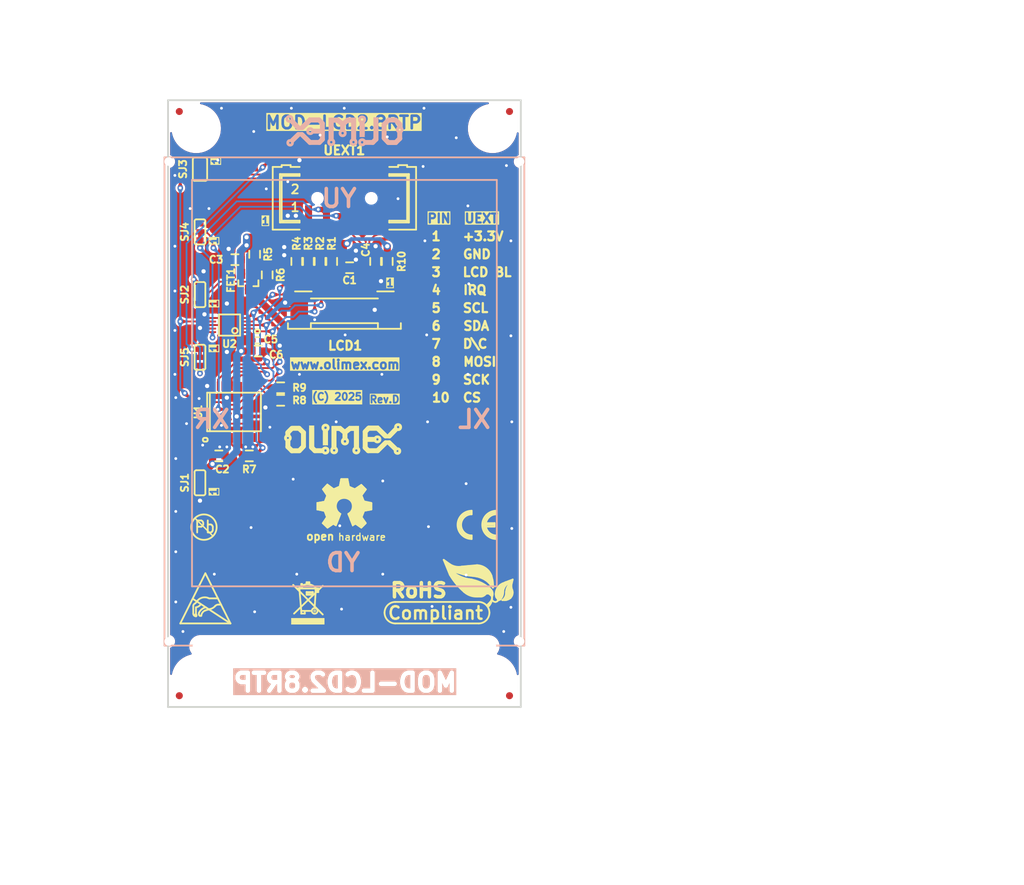
<source format=kicad_pcb>
(kicad_pcb (version 20221018) (generator pcbnew)
  (title_block (title "MOD-LCD2.8RTP") (date "2025-03-12") (rev "D") (company "Olimex LTD"))
  (layers (0 "F.Cu" signal) (31 "B.Cu" signal) (34 "B.Paste" user) (35 "F.Paste" user) (36 "B.SilkS" user "B.Silkscreen") (37 "F.SilkS" user "F.Silkscreen") (38 "B.Mask" user) (39 "F.Mask" user) (44 "Edge.Cuts" user))
  (net 0 "")
  (net 1 "GND")
  (net 2 "+3.3V")
  (net 3 "/RESET")
  (net 4 "/MOSI")
  (net 5 "/SCK")
  (net 6 "/CS")
  (net 7 "/YU")
  (net 8 "/XL")
  (net 9 "/YD")
  (net 10 "/XR")
  (net 11 "/RXD")
  (net 12 "/TXD")
  (net 13 "/SCL")
  (net 14 "/SDA")
  (net 15 "Net-(R6-Pad1)")
  (net 16 "/I2C-IRQ")
  (net 17 "/D\\C")
  (net 18 "Net-(U1-WAKE)")
  (net 19 "Net-(U1-SCK{slash}SCL{slash}TX)")
  (net 20 "Net-(U1-SDI{slash}SDA{slash}RX)")
  (net 21 "Net-(U1-M1)")
  (net 25 "Net-(FET1-Pad1)")
  (net 26 "/LED_A")
  (net 32 "/LED_K1")
  (net 33 "/LED_K2")
  (net 34 "/LED_K3")
  (net 35 "/LED_K4")
  (footprint "OLIMEX_RLC-FP:C_0603_5MIL_DWS" (layer "F.Cu") (at 70.739 78.74 180)
    (fp_text reference "C1")
    (fp_text value "1uF/10V/10%/X5R/C0603")
  )
  (footprint "OLIMEX_RLC-FP:C_0603_5MIL_DWS" (layer "F.Cu") (at 52.197 105.41)
    (fp_text reference "C2")
    (fp_text value "NA(1uF/10V/10%/X5R/C0603)")
  )
  (footprint "OLIMEX_RLC-FP:C_0603_5MIL_DWS" (layer "F.Cu") (at 54.483 77.597)
    (fp_text reference "C3")
    (fp_text value "1uF/10V/10%/X5R/C0603")
  )
  (footprint "OLIMEX_Transistors-FP:SOT23" (layer "F.Cu") (at 56.388 80.724 90)
    (fp_text reference "FET1")
    (fp_text value "WPM2015-3/TR")
  )
  (footprint "OLIMEX_RLC-FP:R_0603_5MIL_0R(Board_Mounted)" (layer "F.Cu") (at 68.199 77.851 -90)
    (fp_text reference "R1")
    (fp_text value "0R_Board_Mounted/R0603")
  )
  (footprint "OLIMEX_RLC-FP:R_0603_5MIL_0R(Board_Mounted)" (layer "F.Cu") (at 66.548 77.851 -90)
    (fp_text reference "R2")
    (fp_text value "0R_Board_Mounted/R0603")
  )
  (footprint "OLIMEX_RLC-FP:R_0603_5MIL_0R(Board_Mounted)" (layer "F.Cu") (at 64.897 77.851 -90)
    (fp_text reference "R3")
    (fp_text value "0R_Board_Mounted/R0603")
  )
  (footprint "OLIMEX_RLC-FP:R_0603_5MIL_0R(Board_Mounted)" (layer "F.Cu") (at 63.246 77.851 -90)
    (fp_text reference "R4")
    (fp_text value "0R_Board_Mounted/R0603")
  )
  (footprint "OLIMEX_IC-FP:SSOP-20W" (layer "F.Cu") (at 54.356 99.187)
    (fp_text reference "U1")
    (fp_text value "NA(AR1021T-I/SS(SSOP-20))")
  )
  (footprint "OLIMEX_RLC-FP:R_0603_5MIL_DWS" (layer "F.Cu") (at 56.515 105.41)
    (fp_text reference "R7")
    (fp_text value "NA(20k/R0603)")
  )
  (footprint "OLIMEX_RLC-FP:R_0603_5MIL_DWS" (layer "F.Cu") (at 60.96 97.536)
    (fp_text reference "R8")
    (fp_text value "4.7k/R0603")
  )
  (footprint "OLIMEX_RLC-FP:R_0603_5MIL_DWS" (layer "F.Cu") (at 60.96 95.758)
    (fp_text reference "R9")
    (fp_text value "4.7k/R0603")
  )
  (footprint "OLIMEX_RLC-FP:R_0603_5MIL_DWS" (layer "F.Cu") (at 57.277 76.835 -90)
    (fp_text reference "R5")
    (fp_text value "100k/R0603")
  )
  (footprint "OLIMEX_RLC-FP:R_0603_5MIL_DWS" (layer "F.Cu") (at 59.055 79.756 90)
    (fp_text reference "R6")
    (fp_text value "4.7k/R0603")
  )
  (footprint "OLIMEX_RLC-FP:C_0603_5MIL_DWS" (layer "F.Cu") (at 74.422 77.851 90)
    (fp_text reference "C4")
    (fp_text value "1uF/10V/10%/X5R/C0603")
  )
  (footprint "OLIMEX_RLC-FP:R_0603_5MIL_DWS" (layer "F.Cu") (at 76.073 77.851 -90)
    (fp_text reference "R10")
    (fp_text value "20k/R0603")
  )
  (footprint "OLIMEX_LOGOs-FP:OLIMEX_LOGO_TB" (layer "F.Cu") (at 69.977 102.997)
    (fp_text reference "Logo_Olimex_1" hide)
    (fp_text value "" hide)
  )
  (footprint "OLIMEX_LOGOs-FP:LOGO_RECYCLEBIN_1" (layer "F.Cu") (at 62.484 129.286)
    (fp_text reference "Sign_Recyclebin" hide)
    (fp_text value "" hide)
  )
  (footprint "OLIMEX_Jumpers-FP:SJ_2_SMALL_12_TIED" (layer "F.Cu") (at 49.53 109.22 90)
    (fp_text reference "SJ1")
    (fp_text value "Closed(1-2)")
  )
  (footprint "OLIMEX_Jumpers-FP:SJ_2_SMALL_12_TIED" (layer "F.Cu") (at 49.53 82.55 90)
    (fp_text reference "SJ2")
    (fp_text value "Closed(1-2)")
  )
  (footprint "OLIMEX_Jumpers-FP:SJ" (layer "F.Cu") (at 49.53 64.77 -90)
    (fp_text reference "SJ3")
    (fp_text value "open")
  )
  (footprint "OLIMEX_Jumpers-FP:SJ_2_SMALL_12_TIED" (layer "F.Cu") (at 49.53 73.66 90)
    (fp_text reference "SJ4")
    (fp_text value "Closed(1-2)")
  )
  (footprint "OLIMEX_Jumpers-FP:SJ_2_SMALL_12_TIED" (layer "F.Cu") (at 49.53 91.44 -90)
    (fp_text reference "SJ5")
    (fp_text value "Closed(1-2)")
  )
  (footprint "OLIMEX_RLC-FP:C_0402_5MIL_DWS" (layer "F.Cu") (at 57.658 89.027)
    (fp_text reference "C5")
    (fp_text value "100nF/10V/X5R/20%")
  )
  (footprint "OLIMEX_RLC-FP:C_0603_5MIL_DWS" (layer "F.Cu") (at 57.785 90.551)
    (fp_text reference "C6")
    (fp_text value "1uF/10V/10%/X5R/C0603")
  )
  (footprint "OLIMEX_IC-FP:MSOP-10_Pitch-0.5mm_3.00x3.00x1.00mm" (layer "F.Cu") (at 53.721 86.868 90)
    (fp_text reference "U2")
    (fp_text value "NS2009(MSOP-10)")
  )
  (footprint "OLIMEX_Connectors-FP:GBH-254-SMT-10" (layer "F.Cu") (at 70 68.9)
    (fp_text reference "UEXT1")
    (fp_text value "P-B-V-10-LF")
  )
  (footprint "OLIMEX_LOGOs-FP:LOGO_PBFREE" (layer "F.Cu") (at 50.292 115.824)
    (fp_text reference "Sign_PB-Free")
    (fp_text value "")
  )
  (footprint "OLIMEX_Signs-FP:CE_Sign" (layer "F.Cu") (at 89.789 115.189)
    (fp_text reference "Sign_CE" hide)
    (fp_text value "CE_Sign" hide)
  )
  (footprint "OLIMEX_Signs-FP:Sign_Antistatic" (layer "F.Cu") (at 46.736 129.159)
    (fp_text reference "Sign_Antistatic" hide)
    (fp_text value "Sign_Antistatic" hide)
  )
  (footprint "OLIMEX_LOGOs-FP:LOGO_OPENHARDWARE_8x8" (layer "F.Cu") (at 69.977 112.649)
    (fp_text reference "Sign_OSHW" hide)
    (fp_text value "" hide)
  )
  (footprint "OLIMEX_Dummies-FP:Cable-IDC" (layer "F.Cu") (at 141.2 150.888)
    (fp_text reference "Cable-IDC1" hide)
    (fp_text value "CABLE-IDC10-15cm" hide)
  )
  (footprint "OLIMEX_Other-FP:Mounting_Hole_Drill-3.3mm_Clerance-7mm" (layer "F.Cu") (at 91 137)
    (fp_text reference "MH2" hide)
    (fp_text value "Drill(3.3mm)/Restrict(7.00mm)" hide)
  )
  (footprint "OLIMEX_Signs-FP:Sign_RoHS_1" (layer "F.Cu") (at 76.708 128.524)
    (fp_text reference "Sign_RoHS_1" hide)
    (fp_text value "Sign_RoHS_1" hide)
  )
  (footprint "OLIMEX_Other-FP:Fiducial1x3_Paste" (layer "F.Cu") (at 93.4 139.4)
    (fp_text reference "FID2" hide)
    (fp_text value "Fiducial" hide)
  )
  (footprint "OLIMEX_Other-FP:Fiducial1x3_Paste" (layer "F.Cu") (at 46.6 56.6)
    (fp_text reference "FID4" hide)
    (fp_text value "Fiducial" hide)
  )
  (footprint "OLIMEX_LCDs-FP:LCD-2.8in_BL-YT280S002(FPV-WZB21-18-LF)" (layer "F.Cu") (at 70 84.3)
    (fp_text reference "LCD1")
    (fp_text value "FPV-WZB21-18-LF")
  )
  (footprint "OLIMEX_Other-FP:Mounting_Hole_Drill-3.3mm_Clerance-7mm" (layer "F.Cu") (at 49 59)
    (fp_text reference "MH4" hide)
    (fp_text value "Drill(3.3mm)/Restrict(7.00mm)" hide)
  )
  (footprint "OLIMEX_Other-FP:Fiducial1x3" (layer "F.Cu") (at 46.6 139.4)
    (fp_text reference "FID1" hide)
    (fp_text value "Fiducial" hide)
  )
  (footprint "OLIMEX_Dummies-FP:LCD2.8-18Pin" (layer "F.Cu") (at 139.7 121.412)
    (fp_text reference "LCD2.8-18Pin1" hide)
    (fp_text value "LCD2.8-18P-RES-TOUCH" hide)
  )
  (footprint "OLIMEX_Other-FP:Fiducial1x3" (layer "F.Cu") (at 93.4 56.6)
    (fp_text reference "FID3" hide)
    (fp_text value "Fiducial" hide)
  )
  (footprint "OLIMEX_Other-FP:Mounting_Hole_Drill-3.3mm_Clerance-7mm" (layer "F.Cu") (at 91 59)
    (fp_text reference "MH3" hide)
    (fp_text value "Drill(3.3mm)/Restrict(7.00mm)" hide)
  )
  (footprint "OLIMEX_Other-FP:Mounting_Hole_Drill-3.3mm_Clerance-7mm" (layer "F.Cu") (at 49 137)
    (fp_text reference "MH1" hide)
    (fp_text value "Drill(3.3mm)/Restrict(7.00mm)" hide)
  )
  (footprint "OLIMEX_LOGOs-FP:OLIMEX_LOGO_TB" (layer "B.Cu") (at 69.85 59.309 180)
    (fp_text reference "Logo_Olimex_2" hide)
    (fp_text value "" hide)
  )
  (gr_line (start 45 55) (end 95 55) (stroke (width 0.254)) (layer "Edge.Cuts"))
  (gr_line (start 95 141) (end 45 141) (stroke (width 0.254)) (layer "Edge.Cuts"))
  (gr_line (start 45 141) (end 45 55) (stroke (width 0.254)) (layer "Edge.Cuts"))
  (gr_line (start 95 55) (end 95 141) (stroke (width 0.254)) (layer "Edge.Cuts"))
  (gr_text "MOD-LCD2.8RTP" (at 70.104 137.541) (layer "B.SilkS" knockout) (effects (font (size 2.54 2.54) (thickness 0.635) bold) (justify mirror)))
  (gr_text "www.olimex.com" (at 70.104 92.456) (layer "F.SilkS" knockout) (effects (font (size 1.27 1.27) (thickness 0.3175) bold)))
  (gr_text "(C) 2025" (at 68.961 97.028) (layer "F.SilkS" knockout) (effects (font (size 1.016 1.016) (thickness 0.254))))
  (gr_text "9" (at 83.82 94.615) (layer "F.SilkS") (effects (font (size 1.27 1.27) (thickness 0.3175) bold) (justify right)))
  (gr_text "SCK" (at 90.805 94.615) (layer "F.SilkS") (effects (font (size 1.27 1.27) (thickness 0.3175) bold) (justify right)))
  (gr_text "GND" (at 90.932 76.835) (layer "F.SilkS") (effects (font (size 1.27 1.27) (thickness 0.3175) bold) (justify right)))
  (gr_text "6" (at 83.82 86.995) (layer "F.SilkS") (effects (font (size 1.27 1.27) (thickness 0.3175) bold) (justify right)))
  (gr_text "CS" (at 89.535 97.155) (layer "F.SilkS") (effects (font (size 1.27 1.27) (thickness 0.3175) bold) (justify right)))
  (gr_text "1" (at 51.562 90.17 90) (layer "F.SilkS" knockout) (effects (font (size 1.016 1.016) (thickness 0.254))))
  (gr_text "+3.3V" (at 92.71 74.295) (layer "F.SilkS") (effects (font (size 1.27 1.27) (thickness 0.3175) bold) (justify right)))
  (gr_text "PIN" (at 85.217 71.755) (layer "F.SilkS" knockout) (effects (font (size 1.27 1.27) (thickness 0.3175) bold) (justify right)))
  (gr_text "10" (at 85.09 97.155) (layer "F.SilkS") (effects (font (size 1.27 1.27) (thickness 0.3175) bold) (justify right)))
  (gr_text "SCL" (at 90.551 84.455) (layer "F.SilkS") (effects (font (size 1.27 1.27) (thickness 0.3175) bold) (justify right)))
  (gr_text "UEXT" (at 91.948 71.755) (layer "F.SilkS" knockout) (effects (font (size 1.27 1.27) (thickness 0.3175) bold) (justify right)))
  (gr_text "1" (at 83.82 74.295) (layer "F.SilkS") (effects (font (size 1.27 1.27) (thickness 0.3175) bold) (justify right)))
  (gr_text "1" (at 58.801 72.136) (layer "F.SilkS" knockout) (effects (font (size 1.016 1.016) (thickness 0.254))))
  (gr_text "1" (at 51.562 74.93 90) (layer "F.SilkS" knockout) (effects (font (size 1.016 1.016) (thickness 0.254))))
  (gr_text "5" (at 83.82 84.455) (layer "F.SilkS") (effects (font (size 1.27 1.27) (thickness 0.3175) bold) (justify right)))
  (gr_text "8" (at 83.82 92.075) (layer "F.SilkS") (effects (font (size 1.27 1.27) (thickness 0.3175) bold) (justify right)))
  (gr_text "1" (at 51.562 110.49 90) (layer "F.SilkS" knockout) (effects (font (size 1.016 1.016) (thickness 0.254))))
  (gr_text "o" (at 57.785 87.757 -90) (layer "F.SilkS") (effects (font (size 1.016 1.016) (thickness 0.254))))
  (gr_text "MOSI" (at 91.694 92.075) (layer "F.SilkS") (effects (font (size 1.27 1.27) (thickness 0.3175) bold) (justify right)))
  (gr_text "1" (at 51.816 63.627 90) (layer "F.SilkS" knockout) (effects (font (size 1.016 1.016) (thickness 0.254))))
  (gr_text "IRQ" (at 90.297 81.915) (layer "F.SilkS") (effects (font (size 1.27 1.27) (thickness 0.3175) bold) (justify right)))
  (gr_text "2" (at 83.82 76.835) (layer "F.SilkS") (effects (font (size 1.27 1.27) (thickness 0.3175) bold) (justify right)))
  (gr_text "MOD-LCD2.8RTP" (at 81.153 58.166) (layer "F.SilkS" knockout) (effects (font (size 1.778 1.778) (thickness 0.381)) (justify right)))
  (gr_text "SDA" (at 90.678 86.995) (layer "F.SilkS") (effects (font (size 1.27 1.27) (thickness 0.3175) bold) (justify right)))
  (gr_text "3" (at 83.82 79.375) (layer "F.SilkS") (effects (font (size 1.27 1.27) (thickness 0.3175) bold) (justify right)))
  (gr_text "7" (at 83.82 89.535) (layer "F.SilkS") (effects (font (size 1.27 1.27) (thickness 0.3175) bold) (justify right)))
  (gr_text "1" (at 51.562 83.82 90) (layer "F.SilkS" knockout) (effects (font (size 1.016 1.016) (thickness 0.254))))
  (gr_text "Rev.D" (at 75.692 97.409) (layer "F.SilkS" knockout) (effects (font (size 1.016 1.016) (thickness 0.254))))
  (gr_text "LCD BL" (at 93.853 79.375) (layer "F.SilkS") (effects (font (size 1.27 1.27) (thickness 0.3175) bold) (justify right)))
  (gr_text "D\\C" (at 90.424 89.535) (layer "F.SilkS") (effects (font (size 1.27 1.27) (thickness 0.3175) bold) (justify right)))
  (gr_text "4" (at 83.82 81.915) (layer "F.SilkS") (effects (font (size 1.27 1.27) (thickness 0.3175) bold) (justify right)))
  (segment (start 63.119 71.374) (end 63.119 69.85) (width 1.016) (layer "F.Cu") (net 1))
  (segment (start 50.546 96.393) (end 50.546 95.504) (width 0.508) (layer "F.Cu") (net 1))
  (segment (start 71.628 79.121) (end 70.993 79.756) (width 0.762) (layer "F.Cu") (net 1))
  (segment (start 51.321 85.868) (end 52.848 85.868) (width 0.254) (layer "F.Cu") (net 1))
  (segment (start 70.75 82.2) (end 70.75 81.3706) (width 0.254) (layer "F.Cu") (net 1))
  (segment (start 64.643 86.106) (end 65.786 86.106) (width 0.762) (layer "F.Cu") (net 1))
  (segment (start 52.705 104.14) (end 53.34 104.14) (width 0.762) (layer "F.Cu") (net 1))
  (segment (start 71.628 78.74) (end 71.628 79.121) (width 0.762) (layer "F.Cu") (net 1))
  (segment (start 74.454 84.55) (end 76.4 84.55) (width 1.016) (layer "F.Cu") (net 1))
  (segment (start 70.993 79.756) (end 70.993 80.899) (width 0.762) (layer "F.Cu") (net 1))
  (segment (start 56.6674 71.374) (end 61.976 71.374) (width 1.016) (layer "F.Cu") (net 1))
  (segment (start 74.25 81.579) (end 74.25 82.2) (width 0.254) (layer "F.Cu") (net 1))
  (segment (start 49.53 84.709) (end 49.53 83.693) (width 0.508) (layer "F.Cu") (net 1))
  (segment (start 70.993 81.1276) (end 70.993 80.899) (width 0.254) (layer "F.Cu") (net 1))
  (segment (start 58.674 90.805) (end 58.674 90.551) (width 0.762) (layer "F.Cu") (net 1))
  (segment (start 58.166 89.027) (end 59.563 89.027) (width 0.508) (layer "F.Cu") (net 1))
  (segment (start 55.331 102.8065) (end 55.331 103.7434) (width 0.3048) (layer "F.Cu") (net 1))
  (segment (start 70.75 81.3706) (end 70.993 81.1276) (width 0.254) (layer "F.Cu") (net 1))
  (segment (start 53.594 74.4474) (end 56.6674 71.374) (width 1.016) (layer "F.Cu") (net 1))
  (segment (start 63.446 83.693) (end 63.6 83.847) (width 1.016) (layer "F.Cu") (net 1))
  (segment (start 50.165 85.344) (end 49.53 84.709) (width 0.508) (layer "F.Cu") (net 1))
  (segment (start 49.53 87.2744) (end 49.9364 86.868) (width 0.254) (layer "F.Cu") (net 1))
  (segment (start 74.422 76.962) (end 74.422 75.692) (width 1.016) (layer "F.Cu") (net 1))
  (segment (start 53.213 104.267) (end 53.34 104.14) (width 0.762) (layer "F.Cu") (net 1))
  (segment (start 61.595 83.693) (end 63.446 83.693) (width 1.016) (layer "F.Cu") (net 1))
  (segment (start 55.981 104.114) (end 56.007 104.14) (width 0.3048) (layer "F.Cu") (net 1))
  (segment (start 51.3675 95.504) (end 51.431 95.5675) (width 0.254) (layer "F.Cu") (net 1))
  (segment (start 64.92 68.049) (end 64.92 65.775) (width 1.016) (layer "F.Cu") (net 1))
  (segment (start 55.7276 104.14) (end 56.007 104.14) (width 0.3048) (layer "F.Cu") (net 1))
  (segment (start 53.381 102.8065) (end 53.381 104.099) (width 0.3048) (layer "F.Cu") (net 1))
  (segment (start 63.6 85.063) (end 64.643 86.106) (width 0.762) (layer "F.Cu") (net 1))
  (segment (start 64.92 64.793) (end 64.92 65.775) (width 1.016) (layer "F.Cu") (net 1))
  (segment (start 53.34 83.82) (end 51.054 83.82) (width 0.508) (layer "F.Cu") (net 1))
  (segment (start 54.356 91.694) (end 57.785 91.694) (width 0.762) (layer "F.Cu") (net 1))
  (segment (start 53.34 97.155) (end 53.086 96.901) (width 0.508) (layer "F.Cu") (net 1))
  (segment (start 63.119 69.85) (end 64.92 68.049) (width 1.016) (layer "F.Cu") (net 1))
  (segment (start 51.321 86.868) (end 52.578 86.868) (width 0.254) (layer "F.Cu") (net 1))
  (segment (start 75.184 80.645) (end 74.4855 81.3435) (width 0.508) (layer "F.Cu") (net 1))
  (segment (start 49.53 110.363) (end 49.53 111.76) (width 0.508) (layer "F.Cu") (net 1))
  (segment (start 53.213 105.283) (end 53.213 104.267) (width 0.762) (layer "F.Cu") (net 1))
  (segment (start 53.594 77.597) (end 53.594 76.073) (width 1.016) (layer "F.Cu") (net 1))
  (segment (start 55.331 95.5675) (end 55.331 96.434) (width 0.254) (layer "F.Cu") (net 1))
  (segment (start 56.007 104.14) (end 57.023 104.14) (width 0.762) (layer "F.Cu") (net 1))
  (segment (start 66.548 76.962) (end 68.199 76.962) (width 1.016) (layer "F.Cu") (net 1))
  (segment (start 53.086 96.901) (end 51.054 96.901) (width 0.508) (layer "F.Cu") (net 1))
  (segment (start 63.627 63.5) (end 64.92 64.793) (width 1.016) (layer "F.Cu") (net 1))
  (segment (start 49.9364 86.868) (end 51.321 86.868) (width 0.254) (layer "F.Cu") (net 1))
  (segment (start 54.61 97.155) (end 53.34 97.155) (width 0.254) (layer "F.Cu") (net 1))
  (segment (start 53.34 97.155) (end 53.381 97.114) (width 0.254) (layer "F.Cu") (net 1))
  (segment (start 61.468 75.819) (end 61.468 76.962) (width 1.016) (layer "F.Cu") (net 1))
  (segment (start 59.563 89.027) (end 59.69 89.154) (width 0.508) (layer "F.Cu") (net 1))
  (segment (start 61.976 71.374) (end 63.119 71.374) (width 1.016) (layer "F.Cu") (net 1))
  (segment (start 74.4855 81.3435) (end 74.25 81.579) (width 0.254) (layer "F.Cu") (net 1))
  (segment (start 71.628 77.597) (end 71.628 78.74) (width 1.016) (layer "F.Cu") (net 1))
  (segment (start 60.833 89.789) (end 60.071 90.551) (width 0.762) (layer "F.Cu") (net 1))
  (segment (start 64.897 76.962) (end 63.246 76.962) (width 1.016) (layer "F.Cu") (net 1))
  (segment (start 57.785 91.694) (end 58.674 90.805) (width 0.762) (layer "F.Cu") (net 1))
  (segment (start 50.546 95.504) (end 51.3675 95.504) (width 0.254) (layer "F.Cu") (net 1))
  (segment (start 63.6 83.847) (end 63.6 84.55) (width 1.016) (layer "F.Cu") (net 1))
  (segment (start 53.381 104.099) (end 53.34 104.14) (width 0.254) (layer "F.Cu") (net 1))
  (segment (start 71.628 76.327) (end 71.628 77.597) (width 1.016) (layer "F.Cu") (net 1))
  (segment (start 63.246 76.962) (end 61.468 76.962) (width 1.016) (layer "F.Cu") (net 1))
  (segment (start 53.594 76.073) (end 53.594 74.4474) (width 1.016) (layer "F.Cu") (net 1))
  (segment (start 52.848 85.868) (end 52.959 85.979) (width 0.254) (layer "F.Cu") (net 1))
  (segment (start 55.331 103.7434) (end 55.7276 104.14) (width 0.3048) (layer "F.Cu") (net 1))
  (segment (start 53.086 105.41) (end 53.213 105.283) (width 0.762) (layer "F.Cu") (net 1))
  (segment (start 53.381 97.114) (end 53.381 95.5675) (width 0.254) (layer "F.Cu") (net 1))
  (segment (start 50.165 85.344) (end 50.689 85.868) (width 0.254) (layer "F.Cu") (net 1))
  (segment (start 53.34 90.678) (end 54.356 91.694) (width 0.762) (layer "F.Cu") (net 1))
  (segment (start 55.331 96.434) (end 54.61 97.155) (width 0.254) (layer "F.Cu") (net 1))
  (segment (start 50.689 85.868) (end 51.321 85.868) (width 0.254) (layer "F.Cu") (net 1))
  (segment (start 52.324 104.14) (end 52.705 104.14) (width 0.762) (layer "F.Cu") (net 1))
  (segment (start 60.071 90.551) (end 58.674 90.551) (width 0.762) (layer "F.Cu") (net 1))
  (segment (start 66.548 76.962) (end 64.897 76.962) (width 1.016) (layer "F.Cu") (net 1))
  (segment (start 74.295 84.709) (end 74.454 84.55) (width 1.016) (layer "F.Cu") (net 1))
  (segment (start 51.054 96.901) (end 50.546 96.393) (width 0.508) (layer "F.Cu") (net 1))
  (segment (start 52.731 102.8065) (end 52.731 104.114) (width 0.3048) (layer "F.Cu") (net 1))
  (segment (start 52.731 104.114) (end 52.705 104.14) (width 0.254) (layer "F.Cu") (net 1))
  (segment (start 52.578 86.868) (end 52.832 87.122) (width 0.254) (layer "F.Cu") (net 1))
  (segment (start 55.981 102.8065) (end 55.981 104.114) (width 0.3048) (layer "F.Cu") (net 1))
  (segment (start 63.6 84.55) (end 63.6 85.063) (width 0.762) (layer "F.Cu") (net 1))
  (via (at 77.597 68.961) (size 0.8) (drill 0.4) (layers "F.Cu" "B.Cu") (net 1))
  (via (at 45.974 65.659) (size 0.8) (drill 0.4) (layers "F.Cu" "B.Cu") (net 1))
  (via (at 69.596 127.127) (size 0.8) (drill 0.4) (layers "F.Cu" "B.Cu") (net 1))
  (via (at 61.976 66.548) (size 0.8) (drill 0.4) (layers "F.Cu" "B.Cu") (net 1))
  (via (at 57.277 127.508) (size 0.8) (drill 0.4) (layers "F.Cu" "B.Cu") (net 1))
  (via (at 87.503 69.977) (size 0.8) (drill 0.4) (layers "F.Cu" "B.Cu") (net 1))
  (via (at 53.34 83.82) (size 1) (drill 0.6) (layers "F.Cu" "B.Cu") (net 1))
  (via (at 60.833 89.789) (size 1) (drill 0.6) (layers "F.Cu" "B.Cu") (net 1))
  (via (at 48.133 70.358) (size 0.8) (drill 0.4) (layers "F.Cu" "B.Cu") (net 1))
  (via (at 82.423 126.746) (size 0.8) (drill 0.4) (layers "F.Cu" "B.Cu") (net 1))
  (via (at 92.583 130.302) (size 0.8) (drill 0.4) (layers "F.Cu" "B.Cu") (net 1))
  (via (at 85.852 60.325) (size 0.8) (drill 0.4) (layers "F.Cu" "B.Cu") (net 1))
  (via (at 52.578 101.092) (size 0.8) (drill 0.4) (layers "F.Cu" "B.Cu") (net 1))
  (via (at 52.324 104.14) (size 0.8) (drill 0.4) (layers "F.Cu" "B.Cu") (net 1))
  (via (at 61.468 76.962) (size 1) (drill 0.6) (layers "F.Cu" "B.Cu") (net 1))
  (via (at 68.834 100.584) (size 0.8) (drill 0.4) (layers "F.Cu" "B.Cu") (net 1))
  (via (at 45.974 87.63) (size 0.8) (drill 0.4) (layers "F.Cu" "B.Cu") (net 1))
  (via (at 74.295 84.709) (size 1) (drill 0.6) (layers "F.Cu" "B.Cu") (net 1))
  (via (at 61.976 71.374) (size 1) (drill 0.6) (layers "F.Cu" "B.Cu") (net 1))
  (via (at 61.595 83.693) (size 1) (drill 0.6) (layers "F.Cu" "B.Cu") (net 1))
  (via (at 58.801 98.552) (size 1) (drill 0.6) (layers "F.Cu" "B.Cu") (net 1))
  (via (at 81.661 88.265) (size 0.8) (drill 0.4) (layers "F.Cu" "B.Cu") (net 1))
  (via (at 53.34 90.678) (size 1) (drill 0.6) (layers "F.Cu" "B.Cu") (net 1))
  (via (at 62.738 108.712) (size 0.8) (drill 0.4) (layers "F.Cu" "B.Cu") (net 1))
  (via (at 50.8 70.358) (size 0.8) (drill 0.4) (layers "F.Cu" "B.Cu") (net 1))
  (via (at 56.769 115.57) (size 0.8) (drill 0.4) (layers "F.Cu" "B.Cu") (net 1))
  (via (at 45.974 93.853) (size 0.8) (drill 0.4) (layers "F.Cu" "B.Cu") (net 1))
  (via (at 47.117 130.302) (size 0.8) (drill 0.4) (layers "F.Cu" "B.Cu") (net 1))
  (via (at 49.53 87.2744) (size 1) (drill 0.6) (layers "F.Cu" "B.Cu") (net 1))
  (via (at 71.628 77.597) (size 1) (drill 0.6) (layers "F.Cu" "B.Cu") (net 1))
  (via (at 70.104 88.265) (size 0.8) (drill 0.4) (layers "F.Cu" "B.Cu") (net 1))
  (via (at 93.599 74.93) (size 0.8) (drill 0.4) (layers "F.Cu" "B.Cu") (net 1))
  (via (at 62.484 56.134) (size 0.8) (drill 0.4) (layers "F.Cu" "B.Cu") (net 1))
  (via (at 81.915 115.443) (size 0.8) (drill 0.4) (layers "F.Cu" "B.Cu") (net 1))
  (via (at 93.726 115.697) (size 0.8) (drill 0.4) (layers "F.Cu" "B.Cu") (net 1))
  (via (at 49.53 111.76) (size 1) (drill 0.6) (layers "F.Cu" "B.Cu") (net 1))
  (via (at 87.503 93.853) (size 0.8) (drill 0.4) (layers "F.Cu" "B.Cu") (net 1))
  (via (at 75.438 108.966) (size 0.8) (drill 0.4) (layers "F.Cu" "B.Cu") (net 1))
  (via (at 81.153 64.389) (size 0.8) (drill 0.4) (layers "F.Cu" "B.Cu") (net 1))
  (via (at 75.311 93.853) (size 0.8) (drill 0.4) (layers "F.Cu" "B.Cu") (net 1))
  (via (at 63.627 63.5) (size 1) (drill 0.6) (layers "F.Cu" "B.Cu") (net 1))
  (via (at 57.15 59.436) (size 0.8) (drill 0.4) (layers "F.Cu" "B.Cu") (net 1))
  (via (at 56.007 104.14) (size 0.8) (drill 0.4) (layers "F.Cu" "B.Cu") (net 1))
  (via (at 46.101 118.999) (size 0.8) (drill 0.4) (layers "F.Cu" "B.Cu") (net 1))
  (via (at 63.119 71.374) (size 1) (drill 0.6) (layers "F.Cu" "B.Cu") (net 1))
  (via (at 87.249 109.347) (size 0.8) (drill 0.4) (layers "F.Cu" "B.Cu") (net 1))
  (via (at 63.246 122.174) (size 0.8) (drill 0.4) (layers "F.Cu" "B.Cu") (net 1))
  (via (at 46.101 113.284) (size 0.8) (drill 0.4) (layers "F.Cu" "B.Cu") (net 1))
  (via (at 57.023 104.14) (size 0.8) (drill 0.4) (layers "F.Cu" "B.Cu") (net 1))
  (via (at 46.101 105.791) (size 0.8) (drill 0.4) (layers "F.Cu" "B.Cu") (net 1))
  (via (at 69.977 56.134) (size 0.8) (drill 0.4) (layers "F.Cu" "B.Cu") (net 1))
  (via (at 74.422 75.692) (size 1) (drill 0.6) (layers "F.Cu" "B.Cu") (net 1))
  (via (at 45.974 75.692) (size 0.8) (drill 0.4) (layers "F.Cu" "B.Cu") (net 1))
  (via (at 92.964 64.262) (size 0.8) (drill 0.4) (layers "F.Cu" "B.Cu") (net 1))
  (via (at 69.342 115.316) (size 0.8) (drill 0.4) (layers "F.Cu" "B.Cu") (net 1))
  (via (at 46.101 97.155) (size 0.8) (drill 0.4) (layers "F.Cu" "B.Cu") (net 1))
  (via (at 46.101 126.111) (size 0.8) (drill 0.4) (layers "F.Cu" "B.Cu") (net 1))
  (via (at 81.407 74.93) (size 0.8) (drill 0.4) (layers "F.Cu" "B.Cu") (net 1))
  (via (at 53.594 76.073) (size 1) (drill 0.6) (layers "F.Cu" "B.Cu") (net 1))
  (via (at 81.28 56.134) (size 0.8) (drill 0.4) (layers "F.Cu" "B.Cu") (net 1))
  (via (at 45.974 82.042) (size 0.8) (drill 0.4) (layers "F.Cu" "B.Cu") (net 1))
  (via (at 75.438 122.174) (size 0.8) (drill 0.4) (layers "F.Cu" "B.Cu") (net 1))
  (via (at 71.628 76.327) (size 1) (drill 0.6) (layers "F.Cu" "B.Cu") (net 1))
  (via (at 52.07 63.5) (size 0.8) (drill 0.4) (layers "F.Cu" "B.Cu") (net 1))
  (via (at 59.436 101.346) (size 0.8) (drill 0.4) (layers "F.Cu" "B.Cu") (net 1))
  (via (at 93.726 100.584) (size 0.8) (drill 0.4) (layers "F.Cu" "B.Cu") (net 1))
  (via (at 53.34 97.155) (size 1) (drill 0.6) (layers "F.Cu" "B.Cu") (net 1))
  (via (at 52.578 56.134) (size 0.8) (drill 0.4) (layers "F.Cu" "B.Cu") (net 1))
  (via (at 65.786 86.106) (size 0.8) (drill 0.4) (layers "F.Cu" "B.Cu") (net 1))
  (via (at 81.788 100.584) (size 0.8) (drill 0.4) (layers "F.Cu" "B.Cu") (net 1))
  (via (at 87.63 81.026) (size 0.8) (drill 0.4) (layers "F.Cu" "B.Cu") (net 1))
  (via (at 93.599 88.392) (size 0.8) (drill 0.4) (layers "F.Cu" "B.Cu") (net 1))
  (via (at 47.625 100.838) (size 0.8) (drill 0.4) (layers "F.Cu" "B.Cu") (net 1))
  (via (at 49.911 103.886) (size 0.8) (drill 0.4) (layers "F.Cu" "B.Cu") (net 1))
  (via (at 76.073 60.198) (size 0.8) (drill 0.4) (layers "F.Cu" "B.Cu") (net 1))
  (via (at 49.403 97.282) (size 0.8) (drill 0.4) (layers "F.Cu" "B.Cu") (net 1))
  (via (at 51.562 122.174) (size 0.8) (drill 0.4) (layers "F.Cu" "B.Cu") (net 1))
  (via (at 58.928 67.564) (size 0.8) (drill 0.4) (layers "F.Cu" "B.Cu") (net 1))
  (via (at 93.599 126.873) (size 0.8) (drill 0.4) (layers "F.Cu" "B.Cu") (net 1))
  (via (at 50.165 85.344) (size 1) (drill 0.6) (layers "F.Cu" "B.Cu") (net 1))
  (via (at 50.546 95.504) (size 1) (drill 0.6) (layers "F.Cu" "B.Cu") (net 1))
  (via (at 75.184 80.645) (size 1) (drill 0.6) (layers "F.Cu" "B.Cu") (net 1))
  (via (at 63.627 93.853) (size 0.8) (drill 0.4) (layers "F.Cu" "B.Cu") (net 1))
  (via (at 50.038 79.248) (size 1) (drill 0.6) (layers "F.Cu" "B.Cu") (net 1))
  (via (at 66.548 59.944) (size 0.8) (drill 0.4) (layers "F.Cu" "B.Cu") (net 1))
  (via (at 87.249 122.301) (size 0.8) (drill 0.4) (layers "F.Cu" "B.Cu") (net 1))
  (via (at 61.468 75.819) (size 1) (drill 0.6) (layers "F.Cu" "B.Cu") (net 1))
  (via (at 53.34 104.14) (size 0.8) (drill 0.4) (layers "F.Cu" "B.Cu") (net 1))
  (segment (start 62.484 77.978) (end 62.103 77.597) (width 1.016) (layer "B.Cu") (net 1))
  (segment (start 75.184 80.645) (end 74.676 80.645) (width 1.016) (layer "B.Cu") (net 1))
  (segment (start 45.72 64.897) (end 45.72 110.744) (width 0.508) (layer "B.Cu") (net 1))
  (segment (start 62.103 77.597) (end 61.468 76.962) (width 1.016) (layer "B.Cu") (net 1))
  (segment (start 50.165 85.344) (end 50.038 85.217) (width 0.508) (layer "B.Cu") (net 1))
  (segment (start 61.468 75.819) (end 61.468 71.882) (width 1.016) (layer "B.Cu") (net 1))
  (segment (start 50.038 85.217) (end 50.038 79.248) (width 0.508) (layer "B.Cu") (net 1))
  (segment (start 53.34 104.14) (end 53.34 76.327) (width 1.016) (layer "B.Cu") (net 1))
  (segment (start 71.628 77.597) (end 62.103 77.597) (width 1.016) (layer "B.Cu") (net 1))
  (segment (start 75.184 80.645) (end 75.184 83.82) (width 1.016) (layer "B.Cu") (net 1))
  (segment (start 75.184 83.82) (end 74.295 84.709) (width 1.016) (layer "B.Cu") (net 1))
  (segment (start 63.627 63.5) (end 47.117 63.5) (width 0.508) (layer "B.Cu") (net 1))
  (segment (start 58.801 98.552) (end 60.452 98.552) (width 1.016) (layer "B.Cu") (net 1))
  (segment (start 49.53 87.2744) (end 49.53 85.979) (width 0.508) (layer "B.Cu") (net 1))
  (segment (start 47.117 63.5) (end 45.72 64.897) (width 0.508) (layer "B.Cu") (net 1))
  (segment (start 61.595 83.693) (end 62.484 82.804) (width 1.016) (layer "B.Cu") (net 1))
  (segment (start 62.484 82.804) (end 62.484 77.978) (width 1.016) (layer "B.Cu") (net 1))
  (segment (start 49.53 85.979) (end 50.165 85.344) (width 0.508) (layer "B.Cu") (net 1))
  (segment (start 60.452 98.552) (end 74.295 84.709) (width 1.016) (layer "B.Cu") (net 1))
  (segment (start 74.676 80.645) (end 71.628 77.597) (width 1.016) (layer "B.Cu") (net 1))
  (segment (start 61.468 71.882) (end 61.976 71.374) (width 1.016) (layer "B.Cu") (net 1))
  (segment (start 45.72 110.744) (end 48.387 113.411) (width 0.508) (layer "B.Cu") (net 1))
  (segment (start 53.34 76.327) (end 53.594 76.073) (width 1.016) (layer "B.Cu") (net 1))
  (segment (start 57.277 75.438) (end 58.293 74.422) (width 1.016) (layer "F.Cu") (net 2))
  (segment (start 69.977 78.867) (end 69.977 80.899) (width 0.762) (layer "F.Cu") (net 2))
  (segment (start 57.277 75.946) (end 57.15 76.073) (width 1.016) (layer "F.Cu") (net 2))
  (segment (start 65.786 75.311) (end 68.707 75.311) (width 1.016) (layer "F.Cu") (net 2))
  (segment (start 59.817 99.822) (end 61.849 97.79) (width 0.508) (layer "F.Cu") (net 2))
  (segment (start 56.896 75.565) (end 56.134 75.565) (width 1.016) (layer "F.Cu") (net 2))
  (segment (start 64.92 72.025) (end 64.92 74.445) (width 1.016) (layer "F.Cu") (net 2))
  (segment (start 69.977 81.1022) (end 69.977 80.899) (width 0.254) (layer "F.Cu") (net 2))
  (segment (start 49.53 108.077) (end 49.784 108.077) (width 0.762) (layer "F.Cu") (net 2))
  (segment (start 51.308 105.41) (end 51.308 106.553) (width 1.016) (layer "F.Cu") (net 2))
  (segment (start 70.25 82.2) (end 70.25 81.3752) (width 0.254) (layer "F.Cu") (net 2))
  (segment (start 51.308 103.886) (end 51.308 105.41) (width 0.508) (layer "F.Cu") (net 2))
  (segment (start 55.372 79.55306) (end 55.4355 79.61656) (width 1.016) (layer "F.Cu") (net 2))
  (segment (start 56.134 75.057) (end 56.134 74.422) (width 1.016) (layer "F.Cu") (net 2))
  (segment (start 61.849 97.536) (end 61.849 95.758) (width 0.762) (layer "F.Cu") (net 2))
  (segment (start 69.85 76.454) (end 68.707 75.311) (width 1.016) (layer "F.Cu") (net 2))
  (segment (start 57.277 75.057) (end 57.277 75.946) (width 1.016) (layer "F.Cu") (net 2))
  (segment (start 51.431 103.763) (end 51.308 103.886) (width 0.3048) (layer "F.Cu") (net 2))
  (segment (start 49.784 108.077) (end 50.292 107.569) (width 0.762) (layer "F.Cu") (net 2))
  (segment (start 56.372 87.868) (end 56.896 88.392) (width 0.254) (layer "F.Cu") (net 2))
  (segment (start 56.896 90.551) (end 56.896 88.773) (width 0.762) (layer "F.Cu") (net 2))
  (segment (start 56.121 87.868) (end 56.372 87.868) (width 0.254) (layer "F.Cu") (net 2))
  (segment (start 55.372 77.597) (end 55.372 79.55306) (width 1.016) (layer "F.Cu") (net 2))
  (segment (start 56.134 75.565) (end 56.134 75.057) (width 1.016) (layer "F.Cu") (net 2))
  (segment (start 56.896 88.773) (end 56.896 88.392) (width 0.762) (layer "F.Cu") (net 2))
  (segment (start 64.92 74.445) (end 65.786 75.311) (width 1.016) (layer "F.Cu") (net 2))
  (segment (start 61.849 97.79) (end 61.849 97.536) (width 0.508) (layer "F.Cu") (net 2))
  (segment (start 55.626 76.073) (end 55.372 76.327) (width 1.016) (layer "F.Cu") (net 2))
  (segment (start 69.85 76.454) (end 69.85 78.74) (width 1.016) (layer "F.Cu") (net 2))
  (segment (start 56.896 90.551) (end 55.372 90.551) (width 1.016) (layer "F.Cu") (net 2))
  (segment (start 57.277 75.946) (end 57.277 75.438) (width 1.016) (layer "F.Cu") (net 2))
  (segment (start 55.372 76.327) (end 55.372 77.597) (width 1.016) (layer "F.Cu") (net 2))
  (segment (start 64.92 72.025) (end 64.92 74.422) (width 1.016) (layer "F.Cu") (net 2))
  (segment (start 69.85 78.74) (end 69.977 78.867) (width 0.762) (layer "F.Cu") (net 2))
  (segment (start 64.92 74.422) (end 58.293 74.422) (width 1.016) (layer "F.Cu") (net 2))
  (segment (start 57.277 75.946) (end 56.896 75.565) (width 1.016) (layer "F.Cu") (net 2))
  (segment (start 56.896 88.138) (end 56.626 87.868) (width 0.254) (layer "F.Cu") (net 2))
  (segment (start 51.308 106.553) (end 50.292 107.569) (width 1.016) (layer "F.Cu") (net 2))
  (segment (start 56.896 88.392) (end 56.896 88.138) (width 0.254) (layer "F.Cu") (net 2))
  (segment (start 69.85 75.311) (end 69.85 76.454) (width 1.016) (layer "F.Cu") (net 2))
  (segment (start 57.277 74.422) (end 57.277 75.057) (width 1.016) (layer "F.Cu") (net 2))
  (segment (start 51.431 102.8065) (end 51.431 103.763) (width 0.3048) (layer "F.Cu") (net 2))
  (segment (start 56.134 75.565) (end 55.372 76.327) (width 1.016) (layer "F.Cu") (net 2))
  (segment (start 68.707 75.311) (end 69.85 75.311) (width 1.016) (layer "F.Cu") (net 2))
  (segment (start 70.25 81.3752) (end 69.977 81.1022) (width 0.254) (layer "F.Cu") (net 2))
  (segment (start 70.358 75.311) (end 69.85 75.311) (width 1.016) (layer "F.Cu") (net 2))
  (segment (start 56.134 74.422) (end 57.277 74.422) (width 1.016) (layer "F.Cu") (net 2))
  (segment (start 58.293 74.422) (end 57.277 74.422) (width 1.016) (layer "F.Cu") (net 2))
  (segment (start 57.277 75.057) (end 56.134 75.057) (width 1.016) (layer "F.Cu") (net 2))
  (segment (start 76.073 76.962) (end 76.073 75.692) (width 1.016) (layer "F.Cu") (net 2))
  (segment (start 56.626 87.868) (end 56.121 87.868) (width 0.254) (layer "F.Cu") (net 2))
  (segment (start 54.737 99.822) (end 59.817 99.822) (width 0.508) (layer "F.Cu") (net 2))
  (segment (start 57.15 76.073) (end 55.626 76.073) (width 1.016) (layer "F.Cu") (net 2))
  (segment (start 57.15 89.027) (end 56.896 88.773) (width 0.4064) (layer "F.Cu") (net 2))
  (via (at 76.073 75.692) (size 1) (drill 0.6) (layers "F.Cu" "B.Cu") (net 2))
  (via (at 70.358 75.311) (size 1) (drill 0.6) (layers "F.Cu" "B.Cu") (net 2))
  (via (at 55.372 90.551) (size 1) (drill 0.6) (layers "F.Cu" "B.Cu") (net 2))
  (via (at 56.134 74.422) (size 1) (drill 0.6) (layers "F.Cu" "B.Cu") (net 2))
  (via (at 56.134 75.565) (size 1) (drill 0.6) (layers "F.Cu" "B.Cu") (net 2))
  (via (at 51.308 106.553) (size 1) (drill 0.6) (layers "F.Cu" "B.Cu") (net 2))
  (via (at 54.737 99.822) (size 1) (drill 0.6) (layers "F.Cu" "B.Cu") (net 2))
  (segment (start 54.737 104.775) (end 54.737 91.186) (width 1.016) (layer "B.Cu") (net 2))
  (segment (start 75.057 74.676) (end 70.993 74.676) (width 0.508) (layer "B.Cu") (net 2))
  (segment (start 70.993 74.676) (end 70.358 75.311) (width 0.508) (layer "B.Cu") (net 2))
  (segment (start 76.073 75.692) (end 75.057 74.676) (width 0.508) (layer "B.Cu") (net 2))
  (segment (start 55.245 90.424) (end 55.245 76.454) (width 1.016) (layer "B.Cu") (net 2))
  (segment (start 55.245 76.454) (end 56.134 75.565) (width 1.016) (layer "B.Cu") (net 2))
  (segment (start 51.308 106.553) (end 52.959 106.553) (width 1.016) (layer "B.Cu") (net 2))
  (segment (start 52.959 106.553) (end 54.737 104.775) (width 1.016) (layer "B.Cu") (net 2))
  (segment (start 55.372 90.551) (end 55.245 90.424) (width 1.016) (layer "B.Cu") (net 2))
  (segment (start 54.737 91.186) (end 55.372 90.551) (width 1.016) (layer "B.Cu") (net 2))
  (segment (start 56.134 75.565) (end 56.134 74.422) (width 1.016) (layer "B.Cu") (net 2))
  (segment (start 73.75 82.2) (end 73.75 80.936) (width 0.254) (layer "F.Cu") (net 3))
  (segment (start 74.422 78.74) (end 76.073 78.74) (width 1.016) (layer "F.Cu") (net 3))
  (segment (start 73.75 80.936) (end 74.295 80.391) (width 0.254) (layer "F.Cu") (net 3))
  (segment (start 74.295 78.867) (end 74.422 78.74) (width 0.254) (layer "F.Cu") (net 3))
  (segment (start 74.295 80.391) (end 74.295 78.867) (width 0.254) (layer "F.Cu") (net 3))
  (segment (start 71.75 82.2) (end 71.75 80.269) (width 0.254) (layer "F.Cu") (net 4))
  (segment (start 72.517 75.438) (end 71.247 74.168) (width 0.254) (layer "F.Cu") (net 4))
  (segment (start 72.517 79.502) (end 72.517 75.438) (width 0.254) (layer "F.Cu") (net 4))
  (segment (start 71.75 80.269) (end 72.517 79.502) (width 0.254) (layer "F.Cu") (net 4))
  (segment (start 71.247 69.469) (end 72.54 68.176) (width 0.254) (layer "F.Cu") (net 4))
  (segment (start 71.247 74.168) (end 71.247 69.469) (width 0.254) (layer "F.Cu") (net 4))
  (segment (start 72.54 68.176) (end 72.54 65.775) (width 0.254) (layer "F.Cu") (net 4))
  (segment (start 75.08 73.383) (end 73.533 74.93) (width 0.254) (layer "F.Cu") (net 5))
  (segment (start 73.533 80.264) (end 73.25 80.547) (width 0.254) (layer "F.Cu") (net 5))
  (segment (start 73.533 74.93) (end 73.533 80.264) (width 0.254) (layer "F.Cu") (net 5))
  (segment (start 75.08 72.025) (end 75.08 73.383) (width 0.254) (layer "F.Cu") (net 5))
  (segment (start 73.25 80.547) (end 73.25 82.2) (width 0.254) (layer "F.Cu") (net 5))
  (segment (start 75.08 65.775) (end 75.08 68.349) (width 0.254) (layer "F.Cu") (net 6))
  (segment (start 74.7776 82.36585) (end 74.7776 83.0834) (width 0.254) (layer "F.Cu") (net 6))
  (segment (start 77.343 79.80045) (end 74.7776 82.36585) (width 0.254) (layer "F.Cu") (net 6))
  (segment (start 74.7776 83.0834) (end 74.422 83.439) (width 0.254) (layer "F.Cu") (net 6))
  (segment (start 74.422 83.439) (end 72.644 83.439) (width 0.254) (layer "F.Cu") (net 6))
  (segment (start 75.08 68.349) (end 77.343 70.612) (width 0.254) (layer "F.Cu") (net 6))
  (segment (start 72.644 83.439) (end 72.25 83.045) (width 0.254) (layer "F.Cu") (net 6))
  (segment (start 72.25 83.045) (end 72.25 82.2) (width 0.254) (layer "F.Cu") (net 6))
  (segment (start 77.343 70.612) (end 77.343 79.80045) (width 0.254) (layer "F.Cu") (net 6))
  (segment (start 54.681 94.671) (end 54.681 95.5675) (width 0.254) (layer "F.Cu") (net 7))
  (segment (start 60.833 93.472) (end 59.563 94.742) (width 0.254) (layer "F.Cu") (net 7))
  (segment (start 55.372 93.98) (end 54.681 94.671) (width 0.254) (layer "F.Cu") (net 7))
  (segment (start 66.75 82.2) (end 66.75 83.999) (width 0.254) (layer "F.Cu") (net 7))
  (segment (start 59.563 94.742) (end 58.676448 94.742) (width 0.254) (layer "F.Cu") (net 7))
  (segment (start 66.75 83.999) (end 66.675 84.074) (width 0.254) (layer "F.Cu") (net 7))
  (segment (start 58.676448 94.742) (end 57.914448 93.98) (width 0.254) (layer "F.Cu") (net 7))
  (segment (start 57.914448 93.98) (end 55.372 93.98) (width 0.254) (layer "F.Cu") (net 7))
  (segment (start 58.928 86.868) (end 56.121 86.868) (width 0.254) (layer "F.Cu") (net 7))
  (via (at 66.675 84.074) (size 0.8) (drill 0.4) (layers "F.Cu" "B.Cu") (net 7))
  (via (at 58.928 86.868) (size 0.8) (drill 0.4) (layers "F.Cu" "B.Cu") (net 7))
  (via (at 60.833 93.472) (size 0.8) (drill 0.4) (layers "F.Cu" "B.Cu") (net 7))
  (segment (start 59.055 86.868) (end 61.087 84.836) (width 0.254) (layer "B.Cu") (net 7))
  (segment (start 62.992 84.074) (end 66.675 84.074) (width 0.254) (layer "B.Cu") (net 7))
  (segment (start 59.944 92.48775) (end 60.833 93.37675) (width 0.254) (layer "B.Cu") (net 7))
  (segment (start 61.087 84.836) (end 62.23 84.836) (width 0.254) (layer "B.Cu") (net 7))
  (segment (start 62.23 84.836) (end 62.992 84.074) (width 0.254) (layer "B.Cu") (net 7))
  (segment (start 60.833 93.37675) (end 60.833 93.472) (width 0.254) (layer "B.Cu") (net 7))
  (segment (start 58.928 86.868) (end 58.928 90.678) (width 0.254) (layer "B.Cu") (net 7))
  (segment (start 58.928 86.868) (end 59.055 86.868) (width 0.254) (layer "B.Cu") (net 7))
  (segment (start 58.928 90.678) (end 59.944 91.694) (width 0.254) (layer "B.Cu") (net 7))
  (segment (start 59.944 91.694) (end 59.944 92.48775) (width 0.254) (layer "B.Cu") (net 7))
  (segment (start 52.081 95.5675) (end 52.081 94.604) (width 0.254) (layer "F.Cu") (net 8))
  (segment (start 58.039 85.979) (end 57.404 85.979) (width 0.254) (layer "F.Cu") (net 8))
  (segment (start 57.015 86.368) (end 56.121 86.368) (width 0.254) (layer "F.Cu") (net 8))
  (segment (start 61.341 81.153) (end 66.929 81.153) (width 0.254) (layer "F.Cu") (net 8))
  (segment (start 57.404 105.283) (end 58.42 104.267) (width 0.254) (layer "F.Cu") (net 8))
  (segment (start 67.25 81.474) (end 67.25 82.2) (width 0.254) (layer "F.Cu") (net 8))
  (segment (start 66.929 81.153) (end 67.25 81.474) (width 0.254) (layer "F.Cu") (net 8))
  (segment (start 57.404 105.41) (end 57.404 105.283) (width 0.254) (layer "F.Cu") (net 8))
  (segment (start 60.833 81.661) (end 61.341 81.153) (width 0.254) (layer "F.Cu") (net 8))
  (segment (start 57.404 85.979) (end 57.015 86.368) (width 0.254) (layer "F.Cu") (net 8))
  (segment (start 54.229 92.456) (end 58.674 92.456) (width 0.254) (layer "F.Cu") (net 8))
  (segment (start 58.674 92.456) (end 59.055 92.075) (width 0.254) (layer "F.Cu") (net 8))
  (segment (start 52.081 94.604) (end 54.229 92.456) (width 0.254) (layer "F.Cu") (net 8))
  (via (at 58.42 104.267) (size 0.8) (drill 0.4) (layers "F.Cu" "B.Cu") (net 8))
  (via (at 59.055 92.075) (size 0.8) (drill 0.4) (layers "F.Cu" "B.Cu") (net 8))
  (via (at 58.039 85.979) (size 0.8) (drill 0.4) (layers "F.Cu" "B.Cu") (net 8))
  (via (at 60.833 81.661) (size 0.8) (drill 0.4) (layers "F.Cu" "B.Cu") (net 8))
  (segment (start 58.039 91.059) (end 58.039 85.979) (width 0.254) (layer "B.Cu") (net 8))
  (segment (start 59.055 92.075) (end 58.039 91.059) (width 0.254) (layer "B.Cu") (net 8))
  (segment (start 57.531 97.028) (end 59.944 94.615) (width 0.254) (layer "B.Cu") (net 8))
  (segment (start 58.42 104.267) (end 57.531 103.378) (width 0.254) (layer "B.Cu") (net 8))
  (segment (start 59.055 92.583) (end 59.055 92.075) (width 0.254) (layer "B.Cu") (net 8))
  (segment (start 57.531 103.378) (end 57.531 97.028) (width 0.254) (layer "B.Cu") (net 8))
  (segment (start 59.944 94.615) (end 59.944 93.472) (width 0.254) (layer "B.Cu") (net 8))
  (segment (start 58.039 85.852) (end 58.039 85.979) (width 0.254) (layer "B.Cu") (net 8))
  (segment (start 60.833 81.661) (end 60.833 83.058) (width 0.254) (layer "B.Cu") (net 8))
  (segment (start 60.833 83.058) (end 58.039 85.852) (width 0.254) (layer "B.Cu") (net 8))
  (segment (start 59.944 93.472) (end 59.055 92.583) (width 0.254) (layer "B.Cu") (net 8))
  (segment (start 59.055 93.853) (end 58.674 93.472) (width 0.254) (layer "F.Cu") (net 9))
  (segment (start 59.817 82.55) (end 61.214 82.55) (width 0.254) (layer "F.Cu") (net 9))
  (segment (start 54.991 93.472) (end 54.031 94.432) (width 0.254) (layer "F.Cu") (net 9))
  (segment (start 56.372 85.868) (end 56.121 85.868) (width 0.254) (layer "F.Cu") (net 9))
  (segment (start 61.214 82.55) (end 61.976 81.788) (width 0.254) (layer "F.Cu") (net 9))
  (segment (start 61.976 81.788) (end 65.659 81.788) (width 0.254) (layer "F.Cu") (net 9))
  (segment (start 65.659 81.788) (end 65.75 81.879) (width 0.254) (layer "F.Cu") (net 9))
  (segment (start 57.11825 85.12175) (end 56.372 85.868) (width 0.254) (layer "F.Cu") (net 9))
  (segment (start 58.674 93.472) (end 54.991 93.472) (width 0.254) (layer "F.Cu") (net 9))
  (segment (start 54.031 94.432) (end 54.031 95.5675) (width 0.254) (layer "F.Cu") (net 9))
  (segment (start 65.75 81.879) (end 65.75 82.2) (width 0.254) (layer "F.Cu") (net 9))
  (via (at 59.817 82.55) (size 0.8) (drill 0.4) (layers "F.Cu" "B.Cu") (net 9))
  (via (at 57.11825 85.12175) (size 0.8) (drill 0.4) (layers "F.Cu" "B.Cu") (net 9))
  (via (at 59.055 93.853) (size 0.8) (drill 0.4) (layers "F.Cu" "B.Cu") (net 9))
  (segment (start 57.15 85.1535) (end 57.15 91.567) (width 0.254) (layer "B.Cu") (net 9))
  (segment (start 57.24525 85.12175) (end 59.817 82.55) (width 0.254) (layer "B.Cu") (net 9))
  (segment (start 58.166 92.583) (end 58.166 92.964) (width 0.254) (layer "B.Cu") (net 9))
  (segment (start 57.11825 85.12175) (end 57.15 85.1535) (width 0.254) (layer "B.Cu") (net 9))
  (segment (start 57.15 91.567) (end 58.166 92.583) (width 0.254) (layer "B.Cu") (net 9))
  (segment (start 57.11825 85.12175) (end 57.24525 85.12175) (width 0.254) (layer "B.Cu") (net 9))
  (segment (start 58.166 92.964) (end 59.055 93.853) (width 0.254) (layer "B.Cu") (net 9))
  (segment (start 60.706 92.075) (end 59.817 92.964) (width 0.254) (layer "F.Cu") (net 10))
  (segment (start 59.817 87.757) (end 57.531 87.757) (width 0.254) (layer "F.Cu") (net 10))
  (segment (start 59.817 92.964) (end 54.61 92.964) (width 0.254) (layer "F.Cu") (net 10))
  (segment (start 66.25 83.1655) (end 66.25 82.2) (width 0.254) (layer "F.Cu") (net 10))
  (segment (start 65.786 84.963) (end 65.786 83.6295) (width 0.254) (layer "F.Cu") (net 10))
  (segment (start 57.142 87.368) (end 56.121 87.368) (width 0.254) (layer "F.Cu") (net 10))
  (segment (start 65.786 83.6295) (end 66.25 83.1655) (width 0.254) (layer "F.Cu") (net 10))
  (segment (start 60.833 92.075) (end 60.706 92.075) (width 0.254) (layer "F.Cu") (net 10))
  (segment (start 52.731 94.843) (end 52.731 95.5675) (width 0.254) (layer "F.Cu") (net 10))
  (segment (start 54.61 92.964) (end 52.731 94.843) (width 0.254) (layer "F.Cu") (net 10))
  (segment (start 57.531 87.757) (end 57.142 87.368) (width 0.254) (layer "F.Cu") (net 10))
  (via (at 60.833 92.075) (size 0.8) (drill 0.4) (layers "F.Cu" "B.Cu") (net 10))
  (via (at 59.817 87.757) (size 0.8) (drill 0.4) (layers "F.Cu" "B.Cu") (net 10))
  (via (at 65.786 84.963) (size 0.8) (drill 0.4) (layers "F.Cu" "B.Cu") (net 10))
  (segment (start 60.833 91.313) (end 60.833 92.075) (width 0.254) (layer "B.Cu") (net 10))
  (segment (start 59.817 90.297) (end 60.833 91.313) (width 0.254) (layer "B.Cu") (net 10))
  (segment (start 59.817 87.757) (end 59.817 87.63) (width 0.254) (layer "B.Cu") (net 10))
  (segment (start 62.738 85.725) (end 63.5 84.963) (width 0.254) (layer "B.Cu") (net 10))
  (segment (start 59.817 87.63) (end 61.722 85.725) (width 0.254) (layer "B.Cu") (net 10))
  (segment (start 63.5 84.963) (end 65.786 84.963) (width 0.254) (layer "B.Cu") (net 10))
  (segment (start 61.722 85.725) (end 62.738 85.725) (width 0.254) (layer "B.Cu") (net 10))
  (segment (start 59.817 87.757) (end 59.817 90.297) (width 0.254) (layer "B.Cu") (net 10))
  (segment (start 67.46 71.12) (end 67.46 72.025) (width 0.254) (layer "F.Cu") (net 11))
  (segment (start 66.294 70.485) (end 66.929 70.485) (width 0.762) (layer "F.Cu") (net 11))
  (segment (start 49.53 81.28) (end 48.641 80.391) (width 0.508) (layer "F.Cu") (net 11))
  (segment (start 49.53 92.583) (end 49.53 93.726) (width 0.508) (layer "F.Cu") (net 11))
  (segment (start 67.46 71.016) (end 67.46 71.12) (width 0.762) (layer "F.Cu") (net 11))
  (segment (start 66.929 70.485) (end 67.46 71.016) (width 0.762) (layer "F.Cu") (net 11))
  (segment (start 49.53 81.407) (end 49.53 81.28) (width 0.508) (layer "F.Cu") (net 11))
  (via (at 48.641 80.391) (size 0.8) (drill 0.4) (layers "F.Cu" "B.Cu") (net 11))
  (via (at 66.294 70.485) (size 0.8) (drill 0.4) (layers "F.Cu" "B.Cu") (net 11))
  (via (at 49.53 93.726) (size 0.8) (drill 0.4) (layers "F.Cu" "B.Cu") (net 11))
  (segment (start 48.514 80.518) (end 48.641 80.391) (width 0.254) (layer "B.Cu") (net 11))
  (segment (start 64.135 69.342) (end 65.278 70.485) (width 0.254) (layer "B.Cu") (net 11))
  (segment (start 65.278 70.485) (end 66.294 70.485) (width 0.254) (layer "B.Cu") (net 11))
  (segment (start 48.514 89.027) (end 48.514 80.518) (width 0.254) (layer "B.Cu") (net 11))
  (segment (start 54.737 69.342) (end 64.135 69.342) (width 0.254) (layer "B.Cu") (net 11))
  (segment (start 48.514 75.565) (end 54.737 69.342) (width 0.254) (layer "B.Cu") (net 11))
  (segment (start 49.53 93.726) (end 49.53 90.043) (width 0.254) (layer "B.Cu") (net 11))
  (segment (start 48.641 80.391) (end 48.514 80.264) (width 0.254) (layer "B.Cu") (net 11))
  (segment (start 48.514 80.264) (end 48.514 75.565) (width 0.254) (layer "B.Cu") (net 11))
  (segment (start 49.53 90.043) (end 48.514 89.027) (width 0.254) (layer "B.Cu") (net 11))
  (segment (start 49.53 71.882) (end 49.53 67.056) (width 0.254) (layer "F.Cu") (net 12))
  (segment (start 67.46 64.031) (end 65.913 62.484) (width 0.254) (layer "F.Cu") (net 12))
  (segment (start 65.913 62.484) (end 61.849 62.484) (width 0.254) (layer "F.Cu") (net 12))
  (segment (start 61.849 62.484) (end 58.801 65.532) (width 0.254) (layer "F.Cu") (net 12))
  (segment (start 58.801 65.532) (end 50.927 65.532) (width 0.254) (layer "F.Cu") (net 12))
  (segment (start 49.53 65.532) (end 49.53 67.056) (width 1.016) (layer "F.Cu") (net 12))
  (segment (start 67.46 65.775) (end 67.46 64.031) (width 0.254) (layer "F.Cu") (net 12))
  (segment (start 49.53 65.532) (end 50.927 65.532) (width 1.016) (layer "F.Cu") (net 12))
  (segment (start 49.53 72.517) (end 49.53 71.882) (width 0.762) (layer "F.Cu") (net 12))
  (segment (start 68.834 71.374) (end 69.9722 71.374) (width 0.762) (layer "F.Cu") (net 13))
  (segment (start 69.9722 71.374) (end 70 71.4018) (width 0.762) (layer "F.Cu") (net 13))
  (segment (start 49.53 74.803) (end 49.53 75.946) (width 0.762) (layer "F.Cu") (net 13))
  (segment (start 70 70.231) (end 70 72.025) (width 0.254) (layer "F.Cu") (net 13))
  (segment (start 70 71.4018) (end 70 72.025) (width 0.762) (layer "F.Cu") (net 13))
  (segment (start 51.308 88.646) (end 51.321 88.633) (width 0.254) (layer "F.Cu") (net 13))
  (segment (start 51.321 88.633) (end 51.321 87.868) (width 0.254) (layer "F.Cu") (net 13))
  (via (at 49.53 75.946) (size 0.8) (drill 0.4) (layers "F.Cu" "B.Cu") (net 13))
  (via (at 68.834 71.374) (size 0.8) (drill 0.4) (layers "F.Cu" "B.Cu") (net 13))
  (via (at 51.308 88.646) (size 0.8) (drill 0.4) (layers "F.Cu" "B.Cu") (net 13))
  (segment (start 65.024 71.374) (end 63.754 70.104) (width 0.254) (layer "B.Cu") (net 13))
  (segment (start 55.245 70.104) (end 49.53 75.819) (width 0.254) (layer "B.Cu") (net 13))
  (segment (start 49.53 75.819) (end 49.53 75.946) (width 0.254) (layer "B.Cu") (net 13))
  (segment (start 63.754 70.104) (end 55.245 70.104) (width 0.254) (layer "B.Cu") (net 13))
  (segment (start 68.834 71.374) (end 65.024 71.374) (width 0.254) (layer "B.Cu") (net 13))
  (segment (start 51.308 88.646) (end 51.308 77.724) (width 0.254) (layer "B.Cu") (net 13))
  (segment (start 51.308 77.724) (end 49.53 75.946) (width 0.254) (layer "B.Cu") (net 13))
  (segment (start 49.53 90.297) (end 48.387 90.297) (width 0.762) (layer "F.Cu") (net 14))
  (segment (start 68.453 61.722) (end 70 63.269) (width 0.254) (layer "F.Cu") (net 14))
  (segment (start 61.214 61.722) (end 68.453 61.722) (width 0.254) (layer "F.Cu") (net 14))
  (segment (start 49.53 88.519) (end 49.53 89.535) (width 0.254) (layer "F.Cu") (net 14))
  (segment (start 70 63.269) (end 70 65.775) (width 0.254) (layer "F.Cu") (net 14))
  (segment (start 50.681 87.368) (end 49.53 88.519) (width 0.254) (layer "F.Cu") (net 14))
  (segment (start 58.42 64.516) (end 61.214 61.722) (width 0.254) (layer "F.Cu") (net 14))
  (segment (start 49.53 90.297) (end 49.53 89.535) (width 0.508) (layer "F.Cu") (net 14))
  (segment (start 51.321 87.368) (end 50.681 87.368) (width 0.254) (layer "F.Cu") (net 14))
  (via (at 58.42 64.516) (size 0.8) (drill 0.4) (layers "F.Cu" "B.Cu") (net 14))
  (via (at 48.387 90.297) (size 0.8) (drill 0.4) (layers "F.Cu" "B.Cu") (net 14))
  (segment (start 47.625 89.535) (end 47.625 75.311) (width 0.254) (layer "B.Cu") (net 14))
  (segment (start 48.387 90.297) (end 47.625 89.535) (width 0.254) (layer "B.Cu") (net 14))
  (segment (start 47.625 75.311) (end 58.42 64.516) (width 0.254) (layer "B.Cu") (net 14))
  (segment (start 49.53 82.55) (end 50.546 82.55) (width 0.508) (layer "F.Cu") (net 15))
  (segment (start 50.546 82.55) (end 52.3748 80.7212) (width 0.254) (layer "F.Cu") (net 15))
  (segment (start 58.9788 80.7212) (end 59.055 80.645) (width 0.254) (layer "F.Cu") (net 15))
  (segment (start 52.3748 80.7212) (end 58.9788 80.7212) (width 0.254) (layer "F.Cu") (net 15))
  (segment (start 50.559 86.36) (end 50.567 86.368) (width 0.254) (layer "F.Cu") (net 16))
  (segment (start 46.736 65.405) (end 48.133 64.008) (width 0.254) (layer "F.Cu") (net 16))
  (segment (start 46.736 67.437) (end 46.736 65.405) (width 0.254) (layer "F.Cu") (net 16))
  (segment (start 47.371 96.52) (end 51.054 100.203) (width 0.254) (layer "F.Cu") (net 16))
  (segment (start 52.8955 100.203) (end 53.5305 100.838) (width 0.254) (layer "F.Cu") (net 16))
  (segment (start 46.736 86.36) (end 50.559 86.36) (width 0.254) (layer "F.Cu") (net 16))
  (segment (start 56.007 100.838) (end 56.631 101.462) (width 0.254) (layer "F.Cu") (net 16))
  (segment (start 50.567 86.368) (end 51.321 86.368) (width 0.254) (layer "F.Cu") (net 16))
  (segment (start 56.631 101.462) (end 56.631 102.8065) (width 0.254) (layer "F.Cu") (net 16))
  (segment (start 48.133 64.008) (end 49.53 64.008) (width 1.016) (layer "F.Cu") (net 16))
  (segment (start 51.054 100.203) (end 52.8955 100.203) (width 0.254) (layer "F.Cu") (net 16))
  (segment (start 53.5305 100.838) (end 56.007 100.838) (width 0.254) (layer "F.Cu") (net 16))
  (via (at 46.736 67.437) (size 0.8) (drill 0.4) (layers "F.Cu" "B.Cu") (net 16))
  (via (at 47.371 96.52) (size 0.8) (drill 0.4) (layers "F.Cu" "B.Cu") (net 16))
  (via (at 46.736 86.36) (size 0.8) (drill 0.4) (layers "F.Cu" "B.Cu") (net 16))
  (segment (start 46.736 67.437) (end 46.736 86.36) (width 0.254) (layer "B.Cu") (net 16))
  (segment (start 47.371 96.52) (end 46.736 95.885) (width 0.254) (layer "B.Cu") (net 16))
  (segment (start 46.736 95.885) (end 46.736 86.36) (width 0.254) (layer "B.Cu") (net 16))
  (segment (start 73.025 79.883) (end 72.75 80.158) (width 0.254) (layer "F.Cu") (net 17))
  (segment (start 72.54 72.025) (end 72.54 74.5085) (width 0.254) (layer "F.Cu") (net 17))
  (segment (start 73.025 74.9935) (end 73.025 79.883) (width 0.254) (layer "F.Cu") (net 17))
  (segment (start 72.54 74.5085) (end 73.025 74.9935) (width 0.254) (layer "F.Cu") (net 17))
  (segment (start 72.75 80.158) (end 72.75 82.2) (width 0.254) (layer "F.Cu") (net 17))
  (segment (start 55.626 105.41) (end 54.031 103.815) (width 0.254) (layer "F.Cu") (net 18))
  (segment (start 54.031 103.815) (end 54.031 102.8065) (width 0.254) (layer "F.Cu") (net 18))
  (segment (start 52.07 98.806) (end 55.245 98.806) (width 0.254) (layer "F.Cu") (net 19))
  (segment (start 49.53 73.66) (end 50.419 73.66) (width 0.508) (layer "F.Cu") (net 19))
  (segment (start 59.817 97.536) (end 60.071 97.536) (width 0.254) (layer "F.Cu") (net 19))
  (segment (start 57.281 95.5675) (end 57.8485 95.5675) (width 0.254) (layer "F.Cu") (net 19))
  (segment (start 55.245 98.806) (end 57.281 96.77) (width 0.254) (layer "F.Cu") (net 19))
  (segment (start 57.281 96.77) (end 57.281 95.5675) (width 0.254) (layer "F.Cu") (net 19))
  (segment (start 50.419 73.66) (end 51.435 74.676) (width 0.254) (layer "F.Cu") (net 19))
  (segment (start 57.8485 95.5675) (end 59.817 97.536) (width 0.254) (layer "F.Cu") (net 19))
  (segment (start 51.435 74.676) (end 51.435 75.946) (width 0.254) (layer "F.Cu") (net 19))
  (via (at 52.07 98.806) (size 0.8) (drill 0.4) (layers "F.Cu" "B.Cu") (net 19))
  (via (at 51.435 75.946) (size 0.8) (drill 0.4) (layers "F.Cu" "B.Cu") (net 19))
  (segment (start 52.07 98.806) (end 52.197 98.679) (width 0.254) (layer "B.Cu") (net 19))
  (segment (start 52.197 98.679) (end 52.197 76.708) (width 0.254) (layer "B.Cu") (net 19))
  (segment (start 52.197 76.708) (end 51.435 75.946) (width 0.254) (layer "B.Cu") (net 19))
  (segment (start 55.981 95.5675) (end 55.981 94.8104) (width 0.254) (layer "F.Cu") (net 20))
  (segment (start 48.26 91.821) (end 48.26 94.996) (width 0.254) (layer "F.Cu") (net 20))
  (segment (start 57.56275 94.488) (end 58.83275 95.758) (width 0.254) (layer "F.Cu") (net 20))
  (segment (start 49.53 91.44) (end 48.641 91.44) (width 0.508) (layer "F.Cu") (net 20))
  (segment (start 52.5145 97.79) (end 52.8955 98.171) (width 0.254) (layer "F.Cu") (net 20))
  (segment (start 54.864 98.171) (end 55.981 97.054) (width 0.254) (layer "F.Cu") (net 20))
  (segment (start 51.054 97.79) (end 52.5145 97.79) (width 0.254) (layer "F.Cu") (net 20))
  (segment (start 58.83275 95.758) (end 60.071 95.758) (width 0.254) (layer "F.Cu") (net 20))
  (segment (start 48.26 94.996) (end 51.054 97.79) (width 0.254) (layer "F.Cu") (net 20))
  (segment (start 55.981 97.054) (end 55.981 95.5675) (width 0.254) (layer "F.Cu") (net 20))
  (segment (start 55.981 94.8104) (end 56.3034 94.488) (width 0.254) (layer "F.Cu") (net 20))
  (segment (start 56.3034 94.488) (end 57.56275 94.488) (width 0.254) (layer "F.Cu") (net 20))
  (segment (start 48.641 91.44) (end 48.26 91.821) (width 0.254) (layer "F.Cu") (net 20))
  (segment (start 52.8955 98.171) (end 54.864 98.171) (width 0.254) (layer "F.Cu") (net 20))
  (segment (start 48.26 108.712) (end 48.768 109.22) (width 0.254) (layer "F.Cu") (net 21))
  (segment (start 48.26 102.743) (end 48.26 108.712) (width 0.254) (layer "F.Cu") (net 21))
  (segment (start 51.816 101.6) (end 49.403 101.6) (width 0.254) (layer "F.Cu") (net 21))
  (segment (start 52.081 101.865) (end 51.816 101.6) (width 0.254) (layer "F.Cu") (net 21))
  (segment (start 49.403 101.6) (end 48.26 102.743) (width 0.254) (layer "F.Cu") (net 21))
  (segment (start 52.081 102.8065) (end 52.081 101.865) (width 0.254) (layer "F.Cu") (net 21))
  (segment (start 49.53 109.22) (end 48.768 109.22) (width 0.508) (layer "F.Cu") (net 21))
  (segment (start 57.33796 77.78496) (end 57.277 77.724) (width 0.762) (layer "F.Cu") (net 25))
  (segment (start 57.33796 79.61656) (end 57.33796 77.78496) (width 0.762) (layer "F.Cu") (net 25))
  (segment (start 57.33796 78.8924) (end 57.33796 79.61656) (width 0.762) (layer "F.Cu") (net 25))
  (segment (start 59.055 78.867) (end 57.36336 78.867) (width 0.762) (layer "F.Cu") (net 25))
  (segment (start 57.36336 78.867) (end 57.33796 78.8924) (width 0.762) (layer "F.Cu") (net 25))
  (segment (start 62.103 87.503) (end 56.42636 81.82636) (width 1.016) (layer "F.Cu") (net 26))
  (segment (start 56.42636 81.82636) (end 56.39054 81.82636) (width 1.016) (layer "F.Cu") (net 26))
  (segment (start 69.75 83.566) (end 69.75 84.047) (width 1.016) (layer "F.Cu") (net 26))
  (segment (start 69.75 83.566) (end 69.75 82.2) (width 0.254) (layer "F.Cu") (net 26))
  (segment (start 69.75 84.047) (end 66.294 87.503) (width 1.016) (layer "F.Cu") (net 26))
  (segment (start 66.294 87.503) (end 62.103 87.503) (width 1.016) (layer "F.Cu") (net 26))
  (segment (start 69.25 82.2) (end 69.25 80.299) (width 0.254) (layer "F.Cu") (net 32))
  (segment (start 68.199 79.248) (end 68.199 78.74) (width 0.254) (layer "F.Cu") (net 32))
  (segment (start 69.25 80.299) (end 68.199 79.248) (width 0.254) (layer "F.Cu") (net 32))
  (segment (start 66.548 78.74) (end 66.675 78.74) (width 0.254) (layer "F.Cu") (net 33))
  (segment (start 68.75 80.815) (end 68.75 82.2) (width 0.254) (layer "F.Cu") (net 33))
  (segment (start 66.675 78.74) (end 68.75 80.815) (width 0.254) (layer "F.Cu") (net 33))
  (segment (start 64.897 78.74) (end 64.897 78.994) (width 0.254) (layer "F.Cu") (net 34))
  (segment (start 68.25 81.0516) (end 68.25 82.2) (width 0.254) (layer "F.Cu") (net 34))
  (segment (start 64.897 78.994) (end 65.786 79.883) (width 0.254) (layer "F.Cu") (net 34))
  (segment (start 67.0814 79.883) (end 68.25 81.0516) (width 0.254) (layer "F.Cu") (net 34))
  (segment (start 65.786 79.883) (end 67.0814 79.883) (width 0.254) (layer "F.Cu") (net 34))
  (segment (start 67.75 81.2628) (end 67.75 82.2) (width 0.254) (layer "F.Cu") (net 35))
  (segment (start 67.0052 80.518) (end 67.75 81.2628) (width 0.254) (layer "F.Cu") (net 35))
  (segment (start 64.897 80.518) (end 67.0052 80.518) (width 0.254) (layer "F.Cu") (net 35))
  (segment (start 63.246 78.74) (end 63.246 78.867) (width 0.254) (layer "F.Cu") (net 35))
  (segment (start 63.246 78.867) (end 64.897 80.518) (width 0.254) (layer "F.Cu") (net 35))
  (zone (net 1) (net_name "GND") (layer "F.Cu") (connect_pads (clearance 0.3048)) (min_thickness 0.254) (fill yes (thermal_gap 0.508) (thermal_bridge_width 0.508))
    (polygon (pts (xy 40.64 52.07) (xy 99.06 52.07) (xy 99.06 144.78) (xy 40.64 144.78)))
  )
  (zone (net 0) (net_name "") (layer "F.Cu") (connect_pads (clearance 0)) (min_thickness 0.25)
    (keepout (tracks allowed) (vias allowed) (pads allowed) (copperpour not_allowed) (footprints allowed))
    (fill (thermal_gap 0.5) (thermal_bridge_width 0.5))
    (polygon (pts (xy 52.451 102.235) (xy 56.261 102.235) (xy 56.261 103.378) (xy 52.451 103.378)))
  )
  (zone (net 1) (net_name "GND") (layer "B.Cu") (connect_pads (clearance 0.3048)) (min_thickness 0.254) (fill yes (thermal_gap 0.508) (thermal_bridge_width 0.508))
    (polygon (pts (xy 38.1 49.53) (xy 101.632688 49.53) (xy 101.6 147.32) (xy 38.1 147.32)))
  )
)
</source>
